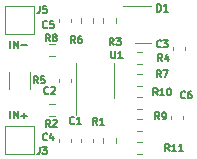
<source format=gbr>
%TF.GenerationSoftware,KiCad,Pcbnew,7.0.9*%
%TF.CreationDate,2024-01-07T19:57:38+00:00*%
%TF.ProjectId,INA381 Breakout,494e4133-3831-4204-9272-65616b6f7574,V24.01.0.1*%
%TF.SameCoordinates,PX8841978PY54c5a90*%
%TF.FileFunction,Legend,Top*%
%TF.FilePolarity,Positive*%
%FSLAX46Y46*%
G04 Gerber Fmt 4.6, Leading zero omitted, Abs format (unit mm)*
G04 Created by KiCad (PCBNEW 7.0.9) date 2024-01-07 19:57:38*
%MOMM*%
%LPD*%
G01*
G04 APERTURE LIST*
%ADD10C,0.150000*%
%ADD11C,0.120000*%
G04 APERTURE END LIST*
D10*
X1765541Y2748229D02*
X1765541Y3348229D01*
X2051255Y2748229D02*
X2051255Y3348229D01*
X2051255Y3348229D02*
X2394112Y2748229D01*
X2394112Y2748229D02*
X2394112Y3348229D01*
X2679826Y2976800D02*
X3136969Y2976800D01*
X1765541Y-3220771D02*
X1765541Y-2620771D01*
X2051255Y-3220771D02*
X2051255Y-2620771D01*
X2051255Y-2620771D02*
X2394112Y-3220771D01*
X2394112Y-3220771D02*
X2394112Y-2620771D01*
X2679826Y-2992200D02*
X3136969Y-2992200D01*
X2908397Y-3220771D02*
X2908397Y-2763628D01*
X16537000Y-1482628D02*
X16508428Y-1511200D01*
X16508428Y-1511200D02*
X16422714Y-1539771D01*
X16422714Y-1539771D02*
X16365571Y-1539771D01*
X16365571Y-1539771D02*
X16279857Y-1511200D01*
X16279857Y-1511200D02*
X16222714Y-1454057D01*
X16222714Y-1454057D02*
X16194143Y-1396914D01*
X16194143Y-1396914D02*
X16165571Y-1282628D01*
X16165571Y-1282628D02*
X16165571Y-1196914D01*
X16165571Y-1196914D02*
X16194143Y-1082628D01*
X16194143Y-1082628D02*
X16222714Y-1025485D01*
X16222714Y-1025485D02*
X16279857Y-968342D01*
X16279857Y-968342D02*
X16365571Y-939771D01*
X16365571Y-939771D02*
X16422714Y-939771D01*
X16422714Y-939771D02*
X16508428Y-968342D01*
X16508428Y-968342D02*
X16537000Y-996914D01*
X17051286Y-939771D02*
X16937000Y-939771D01*
X16937000Y-939771D02*
X16879857Y-968342D01*
X16879857Y-968342D02*
X16851286Y-996914D01*
X16851286Y-996914D02*
X16794143Y-1082628D01*
X16794143Y-1082628D02*
X16765571Y-1196914D01*
X16765571Y-1196914D02*
X16765571Y-1425485D01*
X16765571Y-1425485D02*
X16794143Y-1482628D01*
X16794143Y-1482628D02*
X16822714Y-1511200D01*
X16822714Y-1511200D02*
X16879857Y-1539771D01*
X16879857Y-1539771D02*
X16994143Y-1539771D01*
X16994143Y-1539771D02*
X17051286Y-1511200D01*
X17051286Y-1511200D02*
X17079857Y-1482628D01*
X17079857Y-1482628D02*
X17108428Y-1425485D01*
X17108428Y-1425485D02*
X17108428Y-1282628D01*
X17108428Y-1282628D02*
X17079857Y-1225485D01*
X17079857Y-1225485D02*
X17051286Y-1196914D01*
X17051286Y-1196914D02*
X16994143Y-1168342D01*
X16994143Y-1168342D02*
X16879857Y-1168342D01*
X16879857Y-1168342D02*
X16822714Y-1196914D01*
X16822714Y-1196914D02*
X16794143Y-1225485D01*
X16794143Y-1225485D02*
X16765571Y-1282628D01*
X10517200Y2981429D02*
X10317200Y3267143D01*
X10174343Y2981429D02*
X10174343Y3581429D01*
X10174343Y3581429D02*
X10402914Y3581429D01*
X10402914Y3581429D02*
X10460057Y3552858D01*
X10460057Y3552858D02*
X10488628Y3524286D01*
X10488628Y3524286D02*
X10517200Y3467143D01*
X10517200Y3467143D02*
X10517200Y3381429D01*
X10517200Y3381429D02*
X10488628Y3324286D01*
X10488628Y3324286D02*
X10460057Y3295715D01*
X10460057Y3295715D02*
X10402914Y3267143D01*
X10402914Y3267143D02*
X10174343Y3267143D01*
X10717200Y3581429D02*
X11088628Y3581429D01*
X11088628Y3581429D02*
X10888628Y3352858D01*
X10888628Y3352858D02*
X10974343Y3352858D01*
X10974343Y3352858D02*
X11031486Y3324286D01*
X11031486Y3324286D02*
X11060057Y3295715D01*
X11060057Y3295715D02*
X11088628Y3238572D01*
X11088628Y3238572D02*
X11088628Y3095715D01*
X11088628Y3095715D02*
X11060057Y3038572D01*
X11060057Y3038572D02*
X11031486Y3010000D01*
X11031486Y3010000D02*
X10974343Y2981429D01*
X10974343Y2981429D02*
X10802914Y2981429D01*
X10802914Y2981429D02*
X10745771Y3010000D01*
X10745771Y3010000D02*
X10717200Y3038572D01*
X4980000Y-1101628D02*
X4951428Y-1130200D01*
X4951428Y-1130200D02*
X4865714Y-1158771D01*
X4865714Y-1158771D02*
X4808571Y-1158771D01*
X4808571Y-1158771D02*
X4722857Y-1130200D01*
X4722857Y-1130200D02*
X4665714Y-1073057D01*
X4665714Y-1073057D02*
X4637143Y-1015914D01*
X4637143Y-1015914D02*
X4608571Y-901628D01*
X4608571Y-901628D02*
X4608571Y-815914D01*
X4608571Y-815914D02*
X4637143Y-701628D01*
X4637143Y-701628D02*
X4665714Y-644485D01*
X4665714Y-644485D02*
X4722857Y-587342D01*
X4722857Y-587342D02*
X4808571Y-558771D01*
X4808571Y-558771D02*
X4865714Y-558771D01*
X4865714Y-558771D02*
X4951428Y-587342D01*
X4951428Y-587342D02*
X4980000Y-615914D01*
X5208571Y-615914D02*
X5237143Y-587342D01*
X5237143Y-587342D02*
X5294286Y-558771D01*
X5294286Y-558771D02*
X5437143Y-558771D01*
X5437143Y-558771D02*
X5494286Y-587342D01*
X5494286Y-587342D02*
X5522857Y-615914D01*
X5522857Y-615914D02*
X5551428Y-673057D01*
X5551428Y-673057D02*
X5551428Y-730200D01*
X5551428Y-730200D02*
X5522857Y-815914D01*
X5522857Y-815914D02*
X5180000Y-1158771D01*
X5180000Y-1158771D02*
X5551428Y-1158771D01*
X14505000Y238229D02*
X14305000Y523943D01*
X14162143Y238229D02*
X14162143Y838229D01*
X14162143Y838229D02*
X14390714Y838229D01*
X14390714Y838229D02*
X14447857Y809658D01*
X14447857Y809658D02*
X14476428Y781086D01*
X14476428Y781086D02*
X14505000Y723943D01*
X14505000Y723943D02*
X14505000Y638229D01*
X14505000Y638229D02*
X14476428Y581086D01*
X14476428Y581086D02*
X14447857Y552515D01*
X14447857Y552515D02*
X14390714Y523943D01*
X14390714Y523943D02*
X14162143Y523943D01*
X14705000Y838229D02*
X15105000Y838229D01*
X15105000Y838229D02*
X14847857Y238229D01*
X4853000Y4486372D02*
X4824428Y4457800D01*
X4824428Y4457800D02*
X4738714Y4429229D01*
X4738714Y4429229D02*
X4681571Y4429229D01*
X4681571Y4429229D02*
X4595857Y4457800D01*
X4595857Y4457800D02*
X4538714Y4514943D01*
X4538714Y4514943D02*
X4510143Y4572086D01*
X4510143Y4572086D02*
X4481571Y4686372D01*
X4481571Y4686372D02*
X4481571Y4772086D01*
X4481571Y4772086D02*
X4510143Y4886372D01*
X4510143Y4886372D02*
X4538714Y4943515D01*
X4538714Y4943515D02*
X4595857Y5000658D01*
X4595857Y5000658D02*
X4681571Y5029229D01*
X4681571Y5029229D02*
X4738714Y5029229D01*
X4738714Y5029229D02*
X4824428Y5000658D01*
X4824428Y5000658D02*
X4853000Y4972086D01*
X5395857Y5029229D02*
X5110143Y5029229D01*
X5110143Y5029229D02*
X5081571Y4743515D01*
X5081571Y4743515D02*
X5110143Y4772086D01*
X5110143Y4772086D02*
X5167286Y4800658D01*
X5167286Y4800658D02*
X5310143Y4800658D01*
X5310143Y4800658D02*
X5367286Y4772086D01*
X5367286Y4772086D02*
X5395857Y4743515D01*
X5395857Y4743515D02*
X5424428Y4686372D01*
X5424428Y4686372D02*
X5424428Y4543515D01*
X5424428Y4543515D02*
X5395857Y4486372D01*
X5395857Y4486372D02*
X5367286Y4457800D01*
X5367286Y4457800D02*
X5310143Y4429229D01*
X5310143Y4429229D02*
X5167286Y4429229D01*
X5167286Y4429229D02*
X5110143Y4457800D01*
X5110143Y4457800D02*
X5081571Y4486372D01*
X4091000Y-269771D02*
X3891000Y15943D01*
X3748143Y-269771D02*
X3748143Y330229D01*
X3748143Y330229D02*
X3976714Y330229D01*
X3976714Y330229D02*
X4033857Y301658D01*
X4033857Y301658D02*
X4062428Y273086D01*
X4062428Y273086D02*
X4091000Y215943D01*
X4091000Y215943D02*
X4091000Y130229D01*
X4091000Y130229D02*
X4062428Y73086D01*
X4062428Y73086D02*
X4033857Y44515D01*
X4033857Y44515D02*
X3976714Y15943D01*
X3976714Y15943D02*
X3748143Y15943D01*
X4633857Y330229D02*
X4348143Y330229D01*
X4348143Y330229D02*
X4319571Y44515D01*
X4319571Y44515D02*
X4348143Y73086D01*
X4348143Y73086D02*
X4405286Y101658D01*
X4405286Y101658D02*
X4548143Y101658D01*
X4548143Y101658D02*
X4605286Y73086D01*
X4605286Y73086D02*
X4633857Y44515D01*
X4633857Y44515D02*
X4662428Y-12628D01*
X4662428Y-12628D02*
X4662428Y-155485D01*
X4662428Y-155485D02*
X4633857Y-212628D01*
X4633857Y-212628D02*
X4605286Y-241200D01*
X4605286Y-241200D02*
X4548143Y-269771D01*
X4548143Y-269771D02*
X4405286Y-269771D01*
X4405286Y-269771D02*
X4348143Y-241200D01*
X4348143Y-241200D02*
X4319571Y-212628D01*
X10312457Y2463829D02*
X10312457Y1978115D01*
X10312457Y1978115D02*
X10341028Y1920972D01*
X10341028Y1920972D02*
X10369600Y1892400D01*
X10369600Y1892400D02*
X10426742Y1863829D01*
X10426742Y1863829D02*
X10541028Y1863829D01*
X10541028Y1863829D02*
X10598171Y1892400D01*
X10598171Y1892400D02*
X10626742Y1920972D01*
X10626742Y1920972D02*
X10655314Y1978115D01*
X10655314Y1978115D02*
X10655314Y2463829D01*
X11255313Y1863829D02*
X10912456Y1863829D01*
X11083885Y1863829D02*
X11083885Y2463829D01*
X11083885Y2463829D02*
X11026742Y2378115D01*
X11026742Y2378115D02*
X10969599Y2320972D01*
X10969599Y2320972D02*
X10912456Y2292400D01*
X14162143Y5816229D02*
X14162143Y6416229D01*
X14162143Y6416229D02*
X14305000Y6416229D01*
X14305000Y6416229D02*
X14390714Y6387658D01*
X14390714Y6387658D02*
X14447857Y6330515D01*
X14447857Y6330515D02*
X14476428Y6273372D01*
X14476428Y6273372D02*
X14505000Y6159086D01*
X14505000Y6159086D02*
X14505000Y6073372D01*
X14505000Y6073372D02*
X14476428Y5959086D01*
X14476428Y5959086D02*
X14447857Y5901943D01*
X14447857Y5901943D02*
X14390714Y5844800D01*
X14390714Y5844800D02*
X14305000Y5816229D01*
X14305000Y5816229D02*
X14162143Y5816229D01*
X15076428Y5816229D02*
X14733571Y5816229D01*
X14905000Y5816229D02*
X14905000Y6416229D01*
X14905000Y6416229D02*
X14847857Y6330515D01*
X14847857Y6330515D02*
X14790714Y6273372D01*
X14790714Y6273372D02*
X14733571Y6244800D01*
X7266000Y3149229D02*
X7066000Y3434943D01*
X6923143Y3149229D02*
X6923143Y3749229D01*
X6923143Y3749229D02*
X7151714Y3749229D01*
X7151714Y3749229D02*
X7208857Y3720658D01*
X7208857Y3720658D02*
X7237428Y3692086D01*
X7237428Y3692086D02*
X7266000Y3634943D01*
X7266000Y3634943D02*
X7266000Y3549229D01*
X7266000Y3549229D02*
X7237428Y3492086D01*
X7237428Y3492086D02*
X7208857Y3463515D01*
X7208857Y3463515D02*
X7151714Y3434943D01*
X7151714Y3434943D02*
X6923143Y3434943D01*
X7780286Y3749229D02*
X7666000Y3749229D01*
X7666000Y3749229D02*
X7608857Y3720658D01*
X7608857Y3720658D02*
X7580286Y3692086D01*
X7580286Y3692086D02*
X7523143Y3606372D01*
X7523143Y3606372D02*
X7494571Y3492086D01*
X7494571Y3492086D02*
X7494571Y3263515D01*
X7494571Y3263515D02*
X7523143Y3206372D01*
X7523143Y3206372D02*
X7551714Y3177800D01*
X7551714Y3177800D02*
X7608857Y3149229D01*
X7608857Y3149229D02*
X7723143Y3149229D01*
X7723143Y3149229D02*
X7780286Y3177800D01*
X7780286Y3177800D02*
X7808857Y3206372D01*
X7808857Y3206372D02*
X7837428Y3263515D01*
X7837428Y3263515D02*
X7837428Y3406372D01*
X7837428Y3406372D02*
X7808857Y3463515D01*
X7808857Y3463515D02*
X7780286Y3492086D01*
X7780286Y3492086D02*
X7723143Y3520658D01*
X7723143Y3520658D02*
X7608857Y3520658D01*
X7608857Y3520658D02*
X7551714Y3492086D01*
X7551714Y3492086D02*
X7523143Y3463515D01*
X7523143Y3463515D02*
X7494571Y3406372D01*
X15235285Y-5994771D02*
X15035285Y-5709057D01*
X14892428Y-5994771D02*
X14892428Y-5394771D01*
X14892428Y-5394771D02*
X15120999Y-5394771D01*
X15120999Y-5394771D02*
X15178142Y-5423342D01*
X15178142Y-5423342D02*
X15206713Y-5451914D01*
X15206713Y-5451914D02*
X15235285Y-5509057D01*
X15235285Y-5509057D02*
X15235285Y-5594771D01*
X15235285Y-5594771D02*
X15206713Y-5651914D01*
X15206713Y-5651914D02*
X15178142Y-5680485D01*
X15178142Y-5680485D02*
X15120999Y-5709057D01*
X15120999Y-5709057D02*
X14892428Y-5709057D01*
X15806713Y-5994771D02*
X15463856Y-5994771D01*
X15635285Y-5994771D02*
X15635285Y-5394771D01*
X15635285Y-5394771D02*
X15578142Y-5480485D01*
X15578142Y-5480485D02*
X15520999Y-5537628D01*
X15520999Y-5537628D02*
X15463856Y-5566200D01*
X16378142Y-5994771D02*
X16035285Y-5994771D01*
X16206714Y-5994771D02*
X16206714Y-5394771D01*
X16206714Y-5394771D02*
X16149571Y-5480485D01*
X16149571Y-5480485D02*
X16092428Y-5537628D01*
X16092428Y-5537628D02*
X16035285Y-5566200D01*
X14505000Y2835372D02*
X14476428Y2806800D01*
X14476428Y2806800D02*
X14390714Y2778229D01*
X14390714Y2778229D02*
X14333571Y2778229D01*
X14333571Y2778229D02*
X14247857Y2806800D01*
X14247857Y2806800D02*
X14190714Y2863943D01*
X14190714Y2863943D02*
X14162143Y2921086D01*
X14162143Y2921086D02*
X14133571Y3035372D01*
X14133571Y3035372D02*
X14133571Y3121086D01*
X14133571Y3121086D02*
X14162143Y3235372D01*
X14162143Y3235372D02*
X14190714Y3292515D01*
X14190714Y3292515D02*
X14247857Y3349658D01*
X14247857Y3349658D02*
X14333571Y3378229D01*
X14333571Y3378229D02*
X14390714Y3378229D01*
X14390714Y3378229D02*
X14476428Y3349658D01*
X14476428Y3349658D02*
X14505000Y3321086D01*
X14705000Y3378229D02*
X15076428Y3378229D01*
X15076428Y3378229D02*
X14876428Y3149658D01*
X14876428Y3149658D02*
X14962143Y3149658D01*
X14962143Y3149658D02*
X15019286Y3121086D01*
X15019286Y3121086D02*
X15047857Y3092515D01*
X15047857Y3092515D02*
X15076428Y3035372D01*
X15076428Y3035372D02*
X15076428Y2892515D01*
X15076428Y2892515D02*
X15047857Y2835372D01*
X15047857Y2835372D02*
X15019286Y2806800D01*
X15019286Y2806800D02*
X14962143Y2778229D01*
X14962143Y2778229D02*
X14790714Y2778229D01*
X14790714Y2778229D02*
X14733571Y2806800D01*
X14733571Y2806800D02*
X14705000Y2835372D01*
X14378000Y-3317771D02*
X14178000Y-3032057D01*
X14035143Y-3317771D02*
X14035143Y-2717771D01*
X14035143Y-2717771D02*
X14263714Y-2717771D01*
X14263714Y-2717771D02*
X14320857Y-2746342D01*
X14320857Y-2746342D02*
X14349428Y-2774914D01*
X14349428Y-2774914D02*
X14378000Y-2832057D01*
X14378000Y-2832057D02*
X14378000Y-2917771D01*
X14378000Y-2917771D02*
X14349428Y-2974914D01*
X14349428Y-2974914D02*
X14320857Y-3003485D01*
X14320857Y-3003485D02*
X14263714Y-3032057D01*
X14263714Y-3032057D02*
X14035143Y-3032057D01*
X14663714Y-3317771D02*
X14778000Y-3317771D01*
X14778000Y-3317771D02*
X14835143Y-3289200D01*
X14835143Y-3289200D02*
X14863714Y-3260628D01*
X14863714Y-3260628D02*
X14920857Y-3174914D01*
X14920857Y-3174914D02*
X14949428Y-3060628D01*
X14949428Y-3060628D02*
X14949428Y-2832057D01*
X14949428Y-2832057D02*
X14920857Y-2774914D01*
X14920857Y-2774914D02*
X14892286Y-2746342D01*
X14892286Y-2746342D02*
X14835143Y-2717771D01*
X14835143Y-2717771D02*
X14720857Y-2717771D01*
X14720857Y-2717771D02*
X14663714Y-2746342D01*
X14663714Y-2746342D02*
X14635143Y-2774914D01*
X14635143Y-2774914D02*
X14606571Y-2832057D01*
X14606571Y-2832057D02*
X14606571Y-2974914D01*
X14606571Y-2974914D02*
X14635143Y-3032057D01*
X14635143Y-3032057D02*
X14663714Y-3060628D01*
X14663714Y-3060628D02*
X14720857Y-3089200D01*
X14720857Y-3089200D02*
X14835143Y-3089200D01*
X14835143Y-3089200D02*
X14892286Y-3060628D01*
X14892286Y-3060628D02*
X14920857Y-3032057D01*
X14920857Y-3032057D02*
X14949428Y-2974914D01*
X14219285Y-1285771D02*
X14019285Y-1000057D01*
X13876428Y-1285771D02*
X13876428Y-685771D01*
X13876428Y-685771D02*
X14104999Y-685771D01*
X14104999Y-685771D02*
X14162142Y-714342D01*
X14162142Y-714342D02*
X14190713Y-742914D01*
X14190713Y-742914D02*
X14219285Y-800057D01*
X14219285Y-800057D02*
X14219285Y-885771D01*
X14219285Y-885771D02*
X14190713Y-942914D01*
X14190713Y-942914D02*
X14162142Y-971485D01*
X14162142Y-971485D02*
X14104999Y-1000057D01*
X14104999Y-1000057D02*
X13876428Y-1000057D01*
X14790713Y-1285771D02*
X14447856Y-1285771D01*
X14619285Y-1285771D02*
X14619285Y-685771D01*
X14619285Y-685771D02*
X14562142Y-771485D01*
X14562142Y-771485D02*
X14504999Y-828628D01*
X14504999Y-828628D02*
X14447856Y-857200D01*
X15162142Y-685771D02*
X15219285Y-685771D01*
X15219285Y-685771D02*
X15276428Y-714342D01*
X15276428Y-714342D02*
X15305000Y-742914D01*
X15305000Y-742914D02*
X15333571Y-800057D01*
X15333571Y-800057D02*
X15362142Y-914342D01*
X15362142Y-914342D02*
X15362142Y-1057200D01*
X15362142Y-1057200D02*
X15333571Y-1171485D01*
X15333571Y-1171485D02*
X15305000Y-1228628D01*
X15305000Y-1228628D02*
X15276428Y-1257200D01*
X15276428Y-1257200D02*
X15219285Y-1285771D01*
X15219285Y-1285771D02*
X15162142Y-1285771D01*
X15162142Y-1285771D02*
X15105000Y-1257200D01*
X15105000Y-1257200D02*
X15076428Y-1228628D01*
X15076428Y-1228628D02*
X15047857Y-1171485D01*
X15047857Y-1171485D02*
X15019285Y-1057200D01*
X15019285Y-1057200D02*
X15019285Y-914342D01*
X15019285Y-914342D02*
X15047857Y-800057D01*
X15047857Y-800057D02*
X15076428Y-742914D01*
X15076428Y-742914D02*
X15105000Y-714342D01*
X15105000Y-714342D02*
X15162142Y-685771D01*
X14632000Y1625229D02*
X14432000Y1910943D01*
X14289143Y1625229D02*
X14289143Y2225229D01*
X14289143Y2225229D02*
X14517714Y2225229D01*
X14517714Y2225229D02*
X14574857Y2196658D01*
X14574857Y2196658D02*
X14603428Y2168086D01*
X14603428Y2168086D02*
X14632000Y2110943D01*
X14632000Y2110943D02*
X14632000Y2025229D01*
X14632000Y2025229D02*
X14603428Y1968086D01*
X14603428Y1968086D02*
X14574857Y1939515D01*
X14574857Y1939515D02*
X14517714Y1910943D01*
X14517714Y1910943D02*
X14289143Y1910943D01*
X15146286Y2025229D02*
X15146286Y1625229D01*
X15003428Y2253800D02*
X14860571Y1825229D01*
X14860571Y1825229D02*
X15232000Y1825229D01*
X4853000Y-5038628D02*
X4824428Y-5067200D01*
X4824428Y-5067200D02*
X4738714Y-5095771D01*
X4738714Y-5095771D02*
X4681571Y-5095771D01*
X4681571Y-5095771D02*
X4595857Y-5067200D01*
X4595857Y-5067200D02*
X4538714Y-5010057D01*
X4538714Y-5010057D02*
X4510143Y-4952914D01*
X4510143Y-4952914D02*
X4481571Y-4838628D01*
X4481571Y-4838628D02*
X4481571Y-4752914D01*
X4481571Y-4752914D02*
X4510143Y-4638628D01*
X4510143Y-4638628D02*
X4538714Y-4581485D01*
X4538714Y-4581485D02*
X4595857Y-4524342D01*
X4595857Y-4524342D02*
X4681571Y-4495771D01*
X4681571Y-4495771D02*
X4738714Y-4495771D01*
X4738714Y-4495771D02*
X4824428Y-4524342D01*
X4824428Y-4524342D02*
X4853000Y-4552914D01*
X5367286Y-4695771D02*
X5367286Y-5095771D01*
X5224428Y-4467200D02*
X5081571Y-4895771D01*
X5081571Y-4895771D02*
X5453000Y-4895771D01*
X4244999Y-5638771D02*
X4244999Y-6067342D01*
X4244999Y-6067342D02*
X4216428Y-6153057D01*
X4216428Y-6153057D02*
X4159285Y-6210200D01*
X4159285Y-6210200D02*
X4073571Y-6238771D01*
X4073571Y-6238771D02*
X4016428Y-6238771D01*
X4473571Y-5638771D02*
X4844999Y-5638771D01*
X4844999Y-5638771D02*
X4644999Y-5867342D01*
X4644999Y-5867342D02*
X4730714Y-5867342D01*
X4730714Y-5867342D02*
X4787857Y-5895914D01*
X4787857Y-5895914D02*
X4816428Y-5924485D01*
X4816428Y-5924485D02*
X4844999Y-5981628D01*
X4844999Y-5981628D02*
X4844999Y-6124485D01*
X4844999Y-6124485D02*
X4816428Y-6181628D01*
X4816428Y-6181628D02*
X4787857Y-6210200D01*
X4787857Y-6210200D02*
X4730714Y-6238771D01*
X4730714Y-6238771D02*
X4559285Y-6238771D01*
X4559285Y-6238771D02*
X4502142Y-6210200D01*
X4502142Y-6210200D02*
X4473571Y-6181628D01*
X5107000Y-3952771D02*
X4907000Y-3667057D01*
X4764143Y-3952771D02*
X4764143Y-3352771D01*
X4764143Y-3352771D02*
X4992714Y-3352771D01*
X4992714Y-3352771D02*
X5049857Y-3381342D01*
X5049857Y-3381342D02*
X5078428Y-3409914D01*
X5078428Y-3409914D02*
X5107000Y-3467057D01*
X5107000Y-3467057D02*
X5107000Y-3552771D01*
X5107000Y-3552771D02*
X5078428Y-3609914D01*
X5078428Y-3609914D02*
X5049857Y-3638485D01*
X5049857Y-3638485D02*
X4992714Y-3667057D01*
X4992714Y-3667057D02*
X4764143Y-3667057D01*
X5335571Y-3409914D02*
X5364143Y-3381342D01*
X5364143Y-3381342D02*
X5421286Y-3352771D01*
X5421286Y-3352771D02*
X5564143Y-3352771D01*
X5564143Y-3352771D02*
X5621286Y-3381342D01*
X5621286Y-3381342D02*
X5649857Y-3409914D01*
X5649857Y-3409914D02*
X5678428Y-3467057D01*
X5678428Y-3467057D02*
X5678428Y-3524200D01*
X5678428Y-3524200D02*
X5649857Y-3609914D01*
X5649857Y-3609914D02*
X5307000Y-3952771D01*
X5307000Y-3952771D02*
X5678428Y-3952771D01*
X5107000Y3286229D02*
X4907000Y3571943D01*
X4764143Y3286229D02*
X4764143Y3886229D01*
X4764143Y3886229D02*
X4992714Y3886229D01*
X4992714Y3886229D02*
X5049857Y3857658D01*
X5049857Y3857658D02*
X5078428Y3829086D01*
X5078428Y3829086D02*
X5107000Y3771943D01*
X5107000Y3771943D02*
X5107000Y3686229D01*
X5107000Y3686229D02*
X5078428Y3629086D01*
X5078428Y3629086D02*
X5049857Y3600515D01*
X5049857Y3600515D02*
X4992714Y3571943D01*
X4992714Y3571943D02*
X4764143Y3571943D01*
X5449857Y3629086D02*
X5392714Y3657658D01*
X5392714Y3657658D02*
X5364143Y3686229D01*
X5364143Y3686229D02*
X5335571Y3743372D01*
X5335571Y3743372D02*
X5335571Y3771943D01*
X5335571Y3771943D02*
X5364143Y3829086D01*
X5364143Y3829086D02*
X5392714Y3857658D01*
X5392714Y3857658D02*
X5449857Y3886229D01*
X5449857Y3886229D02*
X5564143Y3886229D01*
X5564143Y3886229D02*
X5621286Y3857658D01*
X5621286Y3857658D02*
X5649857Y3829086D01*
X5649857Y3829086D02*
X5678428Y3771943D01*
X5678428Y3771943D02*
X5678428Y3743372D01*
X5678428Y3743372D02*
X5649857Y3686229D01*
X5649857Y3686229D02*
X5621286Y3657658D01*
X5621286Y3657658D02*
X5564143Y3629086D01*
X5564143Y3629086D02*
X5449857Y3629086D01*
X5449857Y3629086D02*
X5392714Y3600515D01*
X5392714Y3600515D02*
X5364143Y3571943D01*
X5364143Y3571943D02*
X5335571Y3514800D01*
X5335571Y3514800D02*
X5335571Y3400515D01*
X5335571Y3400515D02*
X5364143Y3343372D01*
X5364143Y3343372D02*
X5392714Y3314800D01*
X5392714Y3314800D02*
X5449857Y3286229D01*
X5449857Y3286229D02*
X5564143Y3286229D01*
X5564143Y3286229D02*
X5621286Y3314800D01*
X5621286Y3314800D02*
X5649857Y3343372D01*
X5649857Y3343372D02*
X5678428Y3400515D01*
X5678428Y3400515D02*
X5678428Y3514800D01*
X5678428Y3514800D02*
X5649857Y3571943D01*
X5649857Y3571943D02*
X5621286Y3600515D01*
X5621286Y3600515D02*
X5564143Y3629086D01*
X7139000Y-3641628D02*
X7110428Y-3670200D01*
X7110428Y-3670200D02*
X7024714Y-3698771D01*
X7024714Y-3698771D02*
X6967571Y-3698771D01*
X6967571Y-3698771D02*
X6881857Y-3670200D01*
X6881857Y-3670200D02*
X6824714Y-3613057D01*
X6824714Y-3613057D02*
X6796143Y-3555914D01*
X6796143Y-3555914D02*
X6767571Y-3441628D01*
X6767571Y-3441628D02*
X6767571Y-3355914D01*
X6767571Y-3355914D02*
X6796143Y-3241628D01*
X6796143Y-3241628D02*
X6824714Y-3184485D01*
X6824714Y-3184485D02*
X6881857Y-3127342D01*
X6881857Y-3127342D02*
X6967571Y-3098771D01*
X6967571Y-3098771D02*
X7024714Y-3098771D01*
X7024714Y-3098771D02*
X7110428Y-3127342D01*
X7110428Y-3127342D02*
X7139000Y-3155914D01*
X7710428Y-3698771D02*
X7367571Y-3698771D01*
X7539000Y-3698771D02*
X7539000Y-3098771D01*
X7539000Y-3098771D02*
X7481857Y-3184485D01*
X7481857Y-3184485D02*
X7424714Y-3241628D01*
X7424714Y-3241628D02*
X7367571Y-3270200D01*
X4244999Y6299229D02*
X4244999Y5870658D01*
X4244999Y5870658D02*
X4216428Y5784943D01*
X4216428Y5784943D02*
X4159285Y5727800D01*
X4159285Y5727800D02*
X4073571Y5699229D01*
X4073571Y5699229D02*
X4016428Y5699229D01*
X4816428Y6299229D02*
X4530714Y6299229D01*
X4530714Y6299229D02*
X4502142Y6013515D01*
X4502142Y6013515D02*
X4530714Y6042086D01*
X4530714Y6042086D02*
X4587857Y6070658D01*
X4587857Y6070658D02*
X4730714Y6070658D01*
X4730714Y6070658D02*
X4787857Y6042086D01*
X4787857Y6042086D02*
X4816428Y6013515D01*
X4816428Y6013515D02*
X4844999Y5956372D01*
X4844999Y5956372D02*
X4844999Y5813515D01*
X4844999Y5813515D02*
X4816428Y5756372D01*
X4816428Y5756372D02*
X4787857Y5727800D01*
X4787857Y5727800D02*
X4730714Y5699229D01*
X4730714Y5699229D02*
X4587857Y5699229D01*
X4587857Y5699229D02*
X4530714Y5727800D01*
X4530714Y5727800D02*
X4502142Y5756372D01*
X9094800Y-3774971D02*
X8894800Y-3489257D01*
X8751943Y-3774971D02*
X8751943Y-3174971D01*
X8751943Y-3174971D02*
X8980514Y-3174971D01*
X8980514Y-3174971D02*
X9037657Y-3203542D01*
X9037657Y-3203542D02*
X9066228Y-3232114D01*
X9066228Y-3232114D02*
X9094800Y-3289257D01*
X9094800Y-3289257D02*
X9094800Y-3374971D01*
X9094800Y-3374971D02*
X9066228Y-3432114D01*
X9066228Y-3432114D02*
X9037657Y-3460685D01*
X9037657Y-3460685D02*
X8980514Y-3489257D01*
X8980514Y-3489257D02*
X8751943Y-3489257D01*
X9666228Y-3774971D02*
X9323371Y-3774971D01*
X9494800Y-3774971D02*
X9494800Y-3174971D01*
X9494800Y-3174971D02*
X9437657Y-3260685D01*
X9437657Y-3260685D02*
X9380514Y-3317828D01*
X9380514Y-3317828D02*
X9323371Y-3346400D01*
D11*
%TO.C,C6*%
X15365000Y-3034420D02*
X15365000Y-3315580D01*
X16385000Y-3034420D02*
X16385000Y-3315580D01*
%TO.C,R3*%
X9637500Y4832742D02*
X9637500Y5307258D01*
X10682500Y4832742D02*
X10682500Y5307258D01*
%TO.C,C2*%
X5840000Y-150580D02*
X5840000Y130580D01*
X6860000Y-150580D02*
X6860000Y130580D01*
%TO.C,R7*%
X12462742Y512500D02*
X12937258Y512500D01*
X12462742Y-532500D02*
X12937258Y-532500D01*
%TO.C,C5*%
X5840000Y4929420D02*
X5840000Y5210580D01*
X6860000Y4929420D02*
X6860000Y5210580D01*
%TO.C,R5*%
X1630000Y-737064D02*
X1630000Y717064D01*
X3450000Y-737064D02*
X3450000Y717064D01*
%TO.C,U1*%
X7280000Y-10000D02*
X7280000Y-2935000D01*
X7280000Y-10000D02*
X7280000Y1490000D01*
X10500000Y-10000D02*
X10500000Y-1510000D01*
X10500000Y-10000D02*
X10500000Y1490000D01*
%TO.C,D1*%
X13002500Y6310000D02*
X11327500Y6310000D01*
X13002500Y6310000D02*
X13652500Y6310000D01*
X13002500Y3190000D02*
X12352500Y3190000D01*
X13002500Y3190000D02*
X13652500Y3190000D01*
%TO.C,R6*%
X7732500Y4832742D02*
X7732500Y5307258D01*
X8777500Y4832742D02*
X8777500Y5307258D01*
%TO.C,R11*%
X12462742Y-5202500D02*
X12937258Y-5202500D01*
X12462742Y-6247500D02*
X12937258Y-6247500D01*
%TO.C,C3*%
X15492000Y2539420D02*
X15492000Y2820580D01*
X16512000Y2539420D02*
X16512000Y2820580D01*
%TO.C,R9*%
X12937258Y-4342500D02*
X12462742Y-4342500D01*
X12937258Y-3297500D02*
X12462742Y-3297500D01*
%TO.C,R10*%
X12462742Y-1392500D02*
X12937258Y-1392500D01*
X12462742Y-2437500D02*
X12937258Y-2437500D01*
%TO.C,R4*%
X12462742Y2417500D02*
X12937258Y2417500D01*
X12462742Y1372500D02*
X12937258Y1372500D01*
%TO.C,C4*%
X6860000Y-4949420D02*
X6860000Y-5230580D01*
X5840000Y-4949420D02*
X5840000Y-5230580D01*
%TO.C,J3*%
X1340000Y-3890000D02*
X3740000Y-3890000D01*
X1340000Y-6290000D02*
X1340000Y-3890000D01*
X3740000Y-3890000D02*
X3740000Y-6290000D01*
X3740000Y-6290000D02*
X1340000Y-6290000D01*
%TO.C,R2*%
X5032742Y-2027500D02*
X5507258Y-2027500D01*
X5032742Y-3072500D02*
X5507258Y-3072500D01*
%TO.C,R8*%
X5032742Y3052500D02*
X5507258Y3052500D01*
X5032742Y2007500D02*
X5507258Y2007500D01*
%TO.C,C1*%
X7745000Y-5230580D02*
X7745000Y-4949420D01*
X8765000Y-5230580D02*
X8765000Y-4949420D01*
%TO.C,J5*%
X1340000Y6280000D02*
X3740000Y6280000D01*
X1340000Y3880000D02*
X1340000Y6280000D01*
X3740000Y6280000D02*
X3740000Y3880000D01*
X3740000Y3880000D02*
X1340000Y3880000D01*
%TO.C,R1*%
X9637500Y-5327258D02*
X9637500Y-4852742D01*
X10682500Y-5327258D02*
X10682500Y-4852742D01*
%TD*%
M02*

</source>
